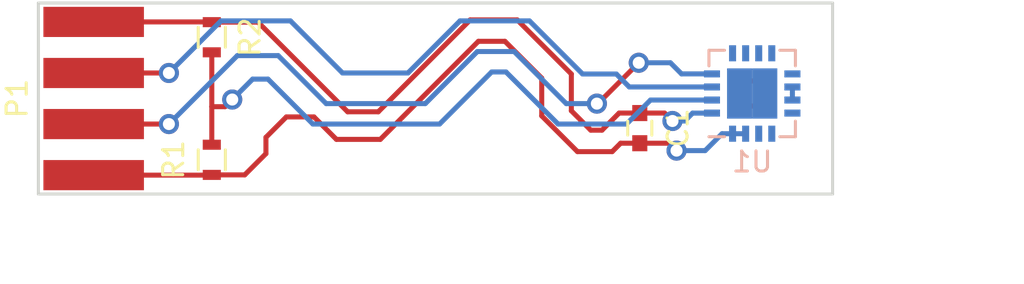
<source format=kicad_pcb>
(kicad_pcb (version 4) (host pcbnew 4.0.4-stable)

  (general
    (links 15)
    (no_connects 3)
    (area 129.424999 99.924999 169.075001 109.575001)
    (thickness 1.6)
    (drawings 6)
    (tracks 96)
    (zones 0)
    (modules 5)
    (nets 8)
  )

  (page A4)
  (layers
    (0 F.Cu signal)
    (31 B.Cu signal)
    (32 B.Adhes user)
    (33 F.Adhes user)
    (34 B.Paste user)
    (35 F.Paste user)
    (36 B.SilkS user)
    (37 F.SilkS user)
    (38 B.Mask user)
    (39 F.Mask user)
    (40 Dwgs.User user)
    (41 Cmts.User user)
    (42 Eco1.User user)
    (43 Eco2.User user)
    (44 Edge.Cuts user)
    (45 Margin user)
    (46 B.CrtYd user)
    (47 F.CrtYd user)
    (48 B.Fab user)
    (49 F.Fab user hide)
  )

  (setup
    (last_trace_width 0.25)
    (trace_clearance 0.2)
    (zone_clearance 0.508)
    (zone_45_only no)
    (trace_min 0.2)
    (segment_width 0.2)
    (edge_width 0.15)
    (via_size 1)
    (via_drill 0.6)
    (via_min_size 1)
    (via_min_drill 0.6)
    (uvia_size 0.3)
    (uvia_drill 0.1)
    (uvias_allowed no)
    (uvia_min_size 0.2)
    (uvia_min_drill 0.1)
    (pcb_text_width 0.3)
    (pcb_text_size 1.5 1.5)
    (mod_edge_width 0.15)
    (mod_text_size 1 1)
    (mod_text_width 0.15)
    (pad_size 1.524 1.524)
    (pad_drill 0.762)
    (pad_to_mask_clearance 0.2)
    (aux_axis_origin 0 0)
    (visible_elements FFFFFF7F)
    (pcbplotparams
      (layerselection 0x00030_80000001)
      (usegerberextensions false)
      (excludeedgelayer true)
      (linewidth 0.100000)
      (plotframeref false)
      (viasonmask false)
      (mode 1)
      (useauxorigin false)
      (hpglpennumber 1)
      (hpglpenspeed 20)
      (hpglpendiameter 15)
      (hpglpenoverlay 2)
      (psnegative false)
      (psa4output false)
      (plotreference true)
      (plotvalue true)
      (plotinvisibletext false)
      (padsonsilk false)
      (subtractmaskfromsilk false)
      (outputformat 1)
      (mirror false)
      (drillshape 1)
      (scaleselection 1)
      (outputdirectory ""))
  )

  (net 0 "")
  (net 1 GND)
  (net 2 VDD)
  (net 3 "Net-(R1-Pad2)")
  (net 4 "Net-(P1-Pad2)")
  (net 5 "Net-(P1-Pad3)")
  (net 6 "Net-(U1-Pad10)")
  (net 7 "Net-(U1-Pad17)")

  (net_class Default "This is the default net class."
    (clearance 0.2)
    (trace_width 0.25)
    (via_dia 1)
    (via_drill 0.6)
    (uvia_dia 0.3)
    (uvia_drill 0.1)
    (add_net GND)
    (add_net "Net-(P1-Pad2)")
    (add_net "Net-(P1-Pad3)")
    (add_net "Net-(R1-Pad2)")
    (add_net "Net-(U1-Pad10)")
    (add_net "Net-(U1-Pad17)")
    (add_net VDD)
  )

  (module Resistors_SMD.pretty:R_0603 placed (layer F.Cu) (tedit 58307A47) (tstamp 58BC3D1B)
    (at 138.1252 101.7016 270)
    (descr "Resistor SMD 0603, reflow soldering, Vishay (see dcrcw.pdf)")
    (tags "resistor 0603")
    (path /58B85BA0)
    (attr smd)
    (fp_text reference R2 (at 0 -1.9 270) (layer F.SilkS)
      (effects (font (size 1 1) (thickness 0.15)))
    )
    (fp_text value 4k7 (at 0 1.9 270) (layer F.Fab)
      (effects (font (size 1 1) (thickness 0.15)))
    )
    (fp_line (start -0.8 0.4) (end -0.8 -0.4) (layer F.Fab) (width 0.1))
    (fp_line (start 0.8 0.4) (end -0.8 0.4) (layer F.Fab) (width 0.1))
    (fp_line (start 0.8 -0.4) (end 0.8 0.4) (layer F.Fab) (width 0.1))
    (fp_line (start -0.8 -0.4) (end 0.8 -0.4) (layer F.Fab) (width 0.1))
    (fp_line (start -1.3 -0.8) (end 1.3 -0.8) (layer F.CrtYd) (width 0.05))
    (fp_line (start -1.3 0.8) (end 1.3 0.8) (layer F.CrtYd) (width 0.05))
    (fp_line (start -1.3 -0.8) (end -1.3 0.8) (layer F.CrtYd) (width 0.05))
    (fp_line (start 1.3 -0.8) (end 1.3 0.8) (layer F.CrtYd) (width 0.05))
    (fp_line (start 0.5 0.675) (end -0.5 0.675) (layer F.SilkS) (width 0.15))
    (fp_line (start -0.5 -0.675) (end 0.5 -0.675) (layer F.SilkS) (width 0.15))
    (pad 1 smd rect (at -0.75 0 270) (size 0.5 0.9) (layers F.Cu F.Paste F.Mask)
      (net 1 GND))
    (pad 2 smd rect (at 0.75 0 270) (size 0.5 0.9) (layers F.Cu F.Paste F.Mask)
      (net 3 "Net-(R1-Pad2)"))
    (model Resistors_SMD.3dshapes/R_0603.wrl
      (at (xyz 0 0 0))
      (scale (xyz 1 1 1))
      (rotate (xyz 0 0 0))
    )
  )

  (module Capacitors_SMD.pretty:C_0603 placed (layer F.Cu) (tedit 5415D631) (tstamp 58BC3CFB)
    (at 159.4104 106.2228 270)
    (descr "Capacitor SMD 0603, reflow soldering, AVX (see smccp.pdf)")
    (tags "capacitor 0603")
    (path /58B85507)
    (attr smd)
    (fp_text reference C1 (at 0 -1.9 270) (layer F.SilkS)
      (effects (font (size 1 1) (thickness 0.15)))
    )
    (fp_text value 100n (at 0 1.9 270) (layer F.Fab)
      (effects (font (size 1 1) (thickness 0.15)))
    )
    (fp_line (start -0.8 0.4) (end -0.8 -0.4) (layer F.Fab) (width 0.15))
    (fp_line (start 0.8 0.4) (end -0.8 0.4) (layer F.Fab) (width 0.15))
    (fp_line (start 0.8 -0.4) (end 0.8 0.4) (layer F.Fab) (width 0.15))
    (fp_line (start -0.8 -0.4) (end 0.8 -0.4) (layer F.Fab) (width 0.15))
    (fp_line (start -1.45 -0.75) (end 1.45 -0.75) (layer F.CrtYd) (width 0.05))
    (fp_line (start -1.45 0.75) (end 1.45 0.75) (layer F.CrtYd) (width 0.05))
    (fp_line (start -1.45 -0.75) (end -1.45 0.75) (layer F.CrtYd) (width 0.05))
    (fp_line (start 1.45 -0.75) (end 1.45 0.75) (layer F.CrtYd) (width 0.05))
    (fp_line (start -0.35 -0.6) (end 0.35 -0.6) (layer F.SilkS) (width 0.15))
    (fp_line (start 0.35 0.6) (end -0.35 0.6) (layer F.SilkS) (width 0.15))
    (pad 1 smd rect (at -0.75 0 270) (size 0.8 0.75) (layers F.Cu F.Paste F.Mask)
      (net 1 GND))
    (pad 2 smd rect (at 0.75 0 270) (size 0.8 0.75) (layers F.Cu F.Paste F.Mask)
      (net 2 VDD))
    (model Capacitors_SMD.3dshapes/C_0603.wrl
      (at (xyz 0 0 0))
      (scale (xyz 1 1 1))
      (rotate (xyz 0 0 0))
    )
  )

  (module Resistors_SMD.pretty:R_0603 placed (layer F.Cu) (tedit 58307A47) (tstamp 58BC3D0B)
    (at 138.1252 107.7976 90)
    (descr "Resistor SMD 0603, reflow soldering, Vishay (see dcrcw.pdf)")
    (tags "resistor 0603")
    (path /58B85A14)
    (attr smd)
    (fp_text reference R1 (at 0 -1.9 90) (layer F.SilkS)
      (effects (font (size 1 1) (thickness 0.15)))
    )
    (fp_text value 4k7 (at 0 1.9 90) (layer F.Fab)
      (effects (font (size 1 1) (thickness 0.15)))
    )
    (fp_line (start -0.8 0.4) (end -0.8 -0.4) (layer F.Fab) (width 0.1))
    (fp_line (start 0.8 0.4) (end -0.8 0.4) (layer F.Fab) (width 0.1))
    (fp_line (start 0.8 -0.4) (end 0.8 0.4) (layer F.Fab) (width 0.1))
    (fp_line (start -0.8 -0.4) (end 0.8 -0.4) (layer F.Fab) (width 0.1))
    (fp_line (start -1.3 -0.8) (end 1.3 -0.8) (layer F.CrtYd) (width 0.05))
    (fp_line (start -1.3 0.8) (end 1.3 0.8) (layer F.CrtYd) (width 0.05))
    (fp_line (start -1.3 -0.8) (end -1.3 0.8) (layer F.CrtYd) (width 0.05))
    (fp_line (start 1.3 -0.8) (end 1.3 0.8) (layer F.CrtYd) (width 0.05))
    (fp_line (start 0.5 0.675) (end -0.5 0.675) (layer F.SilkS) (width 0.15))
    (fp_line (start -0.5 -0.675) (end 0.5 -0.675) (layer F.SilkS) (width 0.15))
    (pad 1 smd rect (at -0.75 0 90) (size 0.5 0.9) (layers F.Cu F.Paste F.Mask)
      (net 2 VDD))
    (pad 2 smd rect (at 0.75 0 90) (size 0.5 0.9) (layers F.Cu F.Paste F.Mask)
      (net 3 "Net-(R1-Pad2)"))
    (model Resistors_SMD.3dshapes/R_0603.wrl
      (at (xyz 0 0 0))
      (scale (xyz 1 1 1))
      (rotate (xyz 0 0 0))
    )
  )

  (module QFN-16-1EP_4x4mm_Pitch0.65mm placed (layer B.Cu) (tedit 54130A77) (tstamp 58BC3D43)
    (at 165 104.5)
    (descr "16-Lead Plastic Quad Flat, No Lead Package (ML) - 4x4x0.9 mm Body [QFN]; (see Microchip Packaging Specification 00000049BS.pdf)")
    (tags "QFN 0.65")
    (path /58B8439D)
    (attr smd)
    (fp_text reference U1 (at 0 3.4) (layer B.SilkS)
      (effects (font (size 1 1) (thickness 0.15)) (justify mirror))
    )
    (fp_text value TSYS01 (at 0 -3.4) (layer B.Fab)
      (effects (font (size 1 1) (thickness 0.15)) (justify mirror))
    )
    (fp_line (start -1 2) (end 2 2) (layer B.Fab) (width 0.15))
    (fp_line (start 2 2) (end 2 -2) (layer B.Fab) (width 0.15))
    (fp_line (start 2 -2) (end -2 -2) (layer B.Fab) (width 0.15))
    (fp_line (start -2 -2) (end -2 1) (layer B.Fab) (width 0.15))
    (fp_line (start -2 1) (end -1 2) (layer B.Fab) (width 0.15))
    (fp_line (start -2.65 2.65) (end -2.65 -2.65) (layer B.CrtYd) (width 0.05))
    (fp_line (start 2.65 2.65) (end 2.65 -2.65) (layer B.CrtYd) (width 0.05))
    (fp_line (start -2.65 2.65) (end 2.65 2.65) (layer B.CrtYd) (width 0.05))
    (fp_line (start -2.65 -2.65) (end 2.65 -2.65) (layer B.CrtYd) (width 0.05))
    (fp_line (start 2.15 2.15) (end 2.15 1.375) (layer B.SilkS) (width 0.15))
    (fp_line (start -2.15 -2.15) (end -2.15 -1.375) (layer B.SilkS) (width 0.15))
    (fp_line (start 2.15 -2.15) (end 2.15 -1.375) (layer B.SilkS) (width 0.15))
    (fp_line (start -2.15 2.15) (end -1.375 2.15) (layer B.SilkS) (width 0.15))
    (fp_line (start -2.15 -2.15) (end -1.375 -2.15) (layer B.SilkS) (width 0.15))
    (fp_line (start 2.15 -2.15) (end 1.375 -2.15) (layer B.SilkS) (width 0.15))
    (fp_line (start 2.15 2.15) (end 1.375 2.15) (layer B.SilkS) (width 0.15))
    (pad 1 smd rect (at -2 0.975) (size 0.8 0.35) (layers B.Cu B.Paste B.Mask)
      (net 1 GND))
    (pad 2 smd rect (at -2 0.325) (size 0.8 0.35) (layers B.Cu B.Paste B.Mask)
      (net 3 "Net-(R1-Pad2)"))
    (pad 3 smd rect (at -2 -0.325) (size 0.8 0.35) (layers B.Cu B.Paste B.Mask)
      (net 4 "Net-(P1-Pad2)"))
    (pad 4 smd rect (at -2 -0.975) (size 0.8 0.35) (layers B.Cu B.Paste B.Mask)
      (net 5 "Net-(P1-Pad3)"))
    (pad 5 smd rect (at -0.975 -2 270) (size 0.8 0.35) (layers B.Cu B.Paste B.Mask))
    (pad 6 smd rect (at -0.325 -2 270) (size 0.8 0.35) (layers B.Cu B.Paste B.Mask))
    (pad 7 smd rect (at 0.325 -2 270) (size 0.8 0.35) (layers B.Cu B.Paste B.Mask))
    (pad 8 smd rect (at 0.975 -2 270) (size 0.8 0.35) (layers B.Cu B.Paste B.Mask))
    (pad 9 smd rect (at 2 -0.975) (size 0.8 0.35) (layers B.Cu B.Paste B.Mask))
    (pad 10 smd rect (at 2 -0.325) (size 0.8 0.35) (layers B.Cu B.Paste B.Mask)
      (net 6 "Net-(U1-Pad10)"))
    (pad 11 smd rect (at 2 0.325) (size 0.8 0.35) (layers B.Cu B.Paste B.Mask)
      (net 6 "Net-(U1-Pad10)"))
    (pad 12 smd rect (at 2 0.975) (size 0.8 0.35) (layers B.Cu B.Paste B.Mask))
    (pad 13 smd rect (at 0.975 2 270) (size 0.8 0.35) (layers B.Cu B.Paste B.Mask))
    (pad 14 smd rect (at 0.325 2 270) (size 0.8 0.35) (layers B.Cu B.Paste B.Mask))
    (pad 15 smd rect (at -0.325 2 270) (size 0.8 0.35) (layers B.Cu B.Paste B.Mask)
      (net 2 VDD))
    (pad 16 smd rect (at -0.975 2 270) (size 0.8 0.35) (layers B.Cu B.Paste B.Mask)
      (net 2 VDD))
    (pad 17 smd rect (at 0.625 -0.625) (size 1.25 1.25) (layers B.Cu B.Paste B.Mask)
      (net 7 "Net-(U1-Pad17)") (solder_paste_margin_ratio -0.2))
    (pad 17 smd rect (at 0.625 0.625) (size 1.25 1.25) (layers B.Cu B.Paste B.Mask)
      (net 7 "Net-(U1-Pad17)") (solder_paste_margin_ratio -0.2))
    (pad 17 smd rect (at -0.625 -0.625) (size 1.25 1.25) (layers B.Cu B.Paste B.Mask)
      (net 7 "Net-(U1-Pad17)") (solder_paste_margin_ratio -0.2))
    (pad 17 smd rect (at -0.625 0.625) (size 1.25 1.25) (layers B.Cu B.Paste B.Mask)
      (net 7 "Net-(U1-Pad17)") (solder_paste_margin_ratio -0.2))
    (model Housings_DFN_QFN.3dshapes/QFN-16-1EP_4x4mm_Pitch0.65mm.wrl
      (at (xyz 0 0 0))
      (scale (xyz 1 1 1))
      (rotate (xyz 0 0 0))
    )
  )

  (module my_footprints:SMD_conn_4x2.5mm (layer F.Cu) (tedit 58B861D6) (tstamp 58C38C0B)
    (at 132.25 104.75 270)
    (path /58B85ED6)
    (fp_text reference P1 (at 0 3.81 270) (layer F.SilkS)
      (effects (font (size 1 1) (thickness 0.15)))
    )
    (fp_text value CONN_01X04 (at 0 -3.81 270) (layer F.Fab) hide
      (effects (font (size 1 1) (thickness 0.15)))
    )
    (pad 1 smd rect (at -3.81 0 270) (size 1.5 5) (layers F.Cu F.Paste F.Mask)
      (net 1 GND))
    (pad 2 smd rect (at -1.27 0 270) (size 1.5 5) (layers F.Cu F.Paste F.Mask)
      (net 4 "Net-(P1-Pad2)"))
    (pad 3 smd rect (at 1.27 0 270) (size 1.5 5) (layers F.Cu F.Paste F.Mask)
      (net 5 "Net-(P1-Pad3)"))
    (pad 4 smd rect (at 3.81 0 270) (size 1.5 5) (layers F.Cu F.Paste F.Mask)
      (net 2 VDD))
  )

  (gr_line (start 129.5 109.5) (end 129.5 100) (angle 90) (layer Edge.Cuts) (width 0.15))
  (gr_line (start 169 109.5) (end 129.5 109.5) (angle 90) (layer Edge.Cuts) (width 0.15))
  (gr_line (start 169 100) (end 169 109.5) (angle 90) (layer Edge.Cuts) (width 0.15))
  (gr_line (start 129.5 100) (end 169 100) (angle 90) (layer Edge.Cuts) (width 0.15))
  (dimension 9.5 (width 0.3) (layer Dwgs.User)
    (gr_text "9.500 mm" (at 175.85 104.75 90) (layer Dwgs.User)
      (effects (font (size 1.5 1.5) (thickness 0.3)))
    )
    (feature1 (pts (xy 169 100) (xy 177.2 100)))
    (feature2 (pts (xy 169 109.5) (xy 177.2 109.5)))
    (crossbar (pts (xy 174.5 109.5) (xy 174.5 100)))
    (arrow1a (pts (xy 174.5 100) (xy 175.086421 101.126504)))
    (arrow1b (pts (xy 174.5 100) (xy 173.913579 101.126504)))
    (arrow2a (pts (xy 174.5 109.5) (xy 175.086421 108.373496)))
    (arrow2b (pts (xy 174.5 109.5) (xy 173.913579 108.373496)))
  )
  (dimension 40 (width 0.3) (layer Dwgs.User)
    (gr_text "40.000 mm" (at 149.5 114.6) (layer Dwgs.User)
      (effects (font (size 1.5 1.5) (thickness 0.3)))
    )
    (feature1 (pts (xy 169.5 110.5) (xy 169.5 115.95)))
    (feature2 (pts (xy 129.5 110.5) (xy 129.5 115.95)))
    (crossbar (pts (xy 129.5 113.25) (xy 169.5 113.25)))
    (arrow1a (pts (xy 169.5 113.25) (xy 168.373496 113.836421)))
    (arrow1b (pts (xy 169.5 113.25) (xy 168.373496 112.663579)))
    (arrow2a (pts (xy 129.5 113.25) (xy 130.626504 113.836421)))
    (arrow2b (pts (xy 129.5 113.25) (xy 130.626504 112.663579)))
  )

  (segment (start 164.375 103.875) (end 165.625 103.875) (width 0.25) (layer F.Cu) (net 0) (status 30))
  (segment (start 165.625 103.875) (end 165.625 105.125) (width 0.25) (layer F.Cu) (net 0) (tstamp 58C2F308) (status 30))
  (segment (start 165.625 105.125) (end 164.375 105.125) (width 0.25) (layer F.Cu) (net 0) (tstamp 58C2F309) (status 30))
  (segment (start 138.1252 100.9516) (end 140.4232 100.9516) (width 0.25) (layer F.Cu) (net 1))
  (segment (start 158.3824 105.4728) (end 159.4104 105.4728) (width 0.25) (layer F.Cu) (net 1) (tstamp 590225F7))
  (segment (start 157.5308 106.3244) (end 158.3824 105.4728) (width 0.25) (layer F.Cu) (net 1) (tstamp 590225F6))
  (segment (start 156.972 106.3244) (end 157.5308 106.3244) (width 0.25) (layer F.Cu) (net 1) (tstamp 590225F5))
  (segment (start 156.0068 105.3592) (end 156.972 106.3244) (width 0.25) (layer F.Cu) (net 1) (tstamp 590225F3))
  (segment (start 156.0068 103.5304) (end 156.0068 105.3592) (width 0.25) (layer F.Cu) (net 1) (tstamp 590225F1))
  (segment (start 153.3144 100.838) (end 156.0068 103.5304) (width 0.25) (layer F.Cu) (net 1) (tstamp 590225E9))
  (segment (start 150.9776 100.838) (end 153.3144 100.838) (width 0.25) (layer F.Cu) (net 1) (tstamp 590225E7))
  (segment (start 146.4056 105.41) (end 150.9776 100.838) (width 0.25) (layer F.Cu) (net 1) (tstamp 590225E5))
  (segment (start 144.8816 105.41) (end 146.4056 105.41) (width 0.25) (layer F.Cu) (net 1) (tstamp 590225E3))
  (segment (start 140.4232 100.9516) (end 144.8816 105.41) (width 0.25) (layer F.Cu) (net 1) (tstamp 590225DA))
  (segment (start 159.4104 105.4728) (end 160.6416 105.4728) (width 0.25) (layer F.Cu) (net 1))
  (segment (start 160.6416 105.4728) (end 161.036 105.8672) (width 0.25) (layer F.Cu) (net 1) (tstamp 590225C4))
  (via (at 161.036 105.8672) (size 1) (drill 0.6) (layers F.Cu B.Cu) (net 1))
  (segment (start 161.036 105.8672) (end 161.6456 105.8672) (width 0.25) (layer B.Cu) (net 1) (tstamp 590225C9))
  (segment (start 161.6456 105.8672) (end 162.0378 105.475) (width 0.25) (layer B.Cu) (net 1) (tstamp 590225CA))
  (segment (start 162.0378 105.475) (end 163 105.475) (width 0.25) (layer B.Cu) (net 1) (tstamp 590225CB))
  (segment (start 132.25 100.94) (end 138.1136 100.94) (width 0.25) (layer F.Cu) (net 1))
  (segment (start 138.1136 100.94) (end 138.1252 100.9516) (width 0.25) (layer F.Cu) (net 1) (tstamp 590224BE))
  (segment (start 132.2616 100.9516) (end 132.25 100.94) (width 0.25) (layer F.Cu) (net 1) (tstamp 590220A4))
  (segment (start 159.4104 106.9728) (end 158.4572 106.9728) (width 0.25) (layer F.Cu) (net 2))
  (segment (start 139.7628 108.5476) (end 138.1252 108.5476) (width 0.25) (layer F.Cu) (net 2) (tstamp 59022615))
  (segment (start 140.8176 107.4928) (end 139.7628 108.5476) (width 0.25) (layer F.Cu) (net 2) (tstamp 59022614))
  (segment (start 140.8176 106.68) (end 140.8176 107.4928) (width 0.25) (layer F.Cu) (net 2) (tstamp 59022610))
  (segment (start 141.8336 105.664) (end 140.8176 106.68) (width 0.25) (layer F.Cu) (net 2) (tstamp 5902260F))
  (segment (start 143.2052 105.664) (end 141.8336 105.664) (width 0.25) (layer F.Cu) (net 2) (tstamp 5902260E))
  (segment (start 144.3228 106.7816) (end 143.2052 105.664) (width 0.25) (layer F.Cu) (net 2) (tstamp 5902260D))
  (segment (start 146.5072 106.7816) (end 144.3228 106.7816) (width 0.25) (layer F.Cu) (net 2) (tstamp 5902260C))
  (segment (start 151.384 101.9048) (end 146.5072 106.7816) (width 0.25) (layer F.Cu) (net 2) (tstamp 5902260A))
  (segment (start 152.7048 101.9048) (end 151.384 101.9048) (width 0.25) (layer F.Cu) (net 2) (tstamp 59022608))
  (segment (start 154.5336 103.7336) (end 152.7048 101.9048) (width 0.25) (layer F.Cu) (net 2) (tstamp 59022606))
  (segment (start 154.5336 105.6132) (end 154.5336 103.7336) (width 0.25) (layer F.Cu) (net 2) (tstamp 59022604))
  (segment (start 156.3116 107.3912) (end 154.5336 105.6132) (width 0.25) (layer F.Cu) (net 2) (tstamp 59022602))
  (segment (start 158.0388 107.3912) (end 156.3116 107.3912) (width 0.25) (layer F.Cu) (net 2) (tstamp 59022600))
  (segment (start 158.4572 106.9728) (end 158.0388 107.3912) (width 0.25) (layer F.Cu) (net 2) (tstamp 590225FE))
  (segment (start 132.25 108.56) (end 138.1128 108.56) (width 0.25) (layer F.Cu) (net 2))
  (segment (start 138.1128 108.56) (end 138.1252 108.5476) (width 0.25) (layer F.Cu) (net 2) (tstamp 590224C1))
  (segment (start 137.782 108.56) (end 137.8204 108.5984) (width 0.25) (layer F.Cu) (net 2) (tstamp 590220BA))
  (segment (start 164.025 106.5) (end 163.502 106.5) (width 0.25) (layer B.Cu) (net 2))
  (segment (start 163.502 106.5) (end 162.6616 107.3404) (width 0.25) (layer B.Cu) (net 2) (tstamp 59021FF6))
  (segment (start 162.6616 107.3404) (end 161.2392 107.3404) (width 0.25) (layer B.Cu) (net 2) (tstamp 59021FF7))
  (via (at 161.2392 107.3404) (size 1) (drill 0.6) (layers F.Cu B.Cu) (net 2))
  (segment (start 161.2392 107.3404) (end 160.8716 106.9728) (width 0.25) (layer F.Cu) (net 2) (tstamp 59021FF9))
  (segment (start 160.8716 106.9728) (end 159.4104 106.9728) (width 0.25) (layer F.Cu) (net 2) (tstamp 59021FFA))
  (segment (start 164.025 106.5) (end 164.675 106.5) (width 0.25) (layer B.Cu) (net 2))
  (segment (start 158.6992 106.0196) (end 158.75 106.0196) (width 0.25) (layer B.Cu) (net 3))
  (segment (start 158.75 106.0196) (end 159.9446 104.825) (width 0.25) (layer B.Cu) (net 3) (tstamp 590225AC))
  (segment (start 159.9446 104.825) (end 163 104.825) (width 0.25) (layer B.Cu) (net 3) (tstamp 590225AF))
  (segment (start 138.7856 105.156) (end 139.1412 104.8004) (width 0.25) (layer F.Cu) (net 3) (tstamp 5902256A))
  (via (at 139.1412 104.8004) (size 1) (drill 0.6) (layers F.Cu B.Cu) (net 3))
  (segment (start 139.1412 104.8004) (end 140.1572 103.7844) (width 0.25) (layer B.Cu) (net 3) (tstamp 59022570))
  (segment (start 140.1572 103.7844) (end 140.9192 103.7844) (width 0.25) (layer B.Cu) (net 3) (tstamp 59022571))
  (segment (start 140.9192 103.7844) (end 143.1544 106.0196) (width 0.25) (layer B.Cu) (net 3) (tstamp 59022572))
  (segment (start 143.1544 106.0196) (end 149.4536 106.0196) (width 0.25) (layer B.Cu) (net 3) (tstamp 59022573))
  (segment (start 149.4536 106.0196) (end 152.0444 103.4288) (width 0.25) (layer B.Cu) (net 3) (tstamp 59022574))
  (segment (start 152.0444 103.4288) (end 152.7556 103.4288) (width 0.25) (layer B.Cu) (net 3) (tstamp 59022575))
  (segment (start 152.7556 103.4288) (end 155.3464 106.0196) (width 0.25) (layer B.Cu) (net 3) (tstamp 59022577))
  (segment (start 155.3464 106.0196) (end 158.6992 106.0196) (width 0.25) (layer B.Cu) (net 3) (tstamp 59022578))
  (segment (start 138.7856 105.156) (end 138.1252 105.156) (width 0.25) (layer F.Cu) (net 3))
  (segment (start 138.1252 102.4516) (end 138.1252 105.156) (width 0.25) (layer F.Cu) (net 3))
  (segment (start 138.1252 105.156) (end 138.1252 107.0476) (width 0.25) (layer F.Cu) (net 3) (tstamp 59022568))
  (segment (start 132.25 103.48) (end 135.9912 103.48) (width 0.25) (layer F.Cu) (net 4))
  (segment (start 158.8866 104.175) (end 163 104.175) (width 0.25) (layer B.Cu) (net 4) (tstamp 5902210B))
  (segment (start 158.242 103.5304) (end 158.8866 104.175) (width 0.25) (layer B.Cu) (net 4) (tstamp 59022108))
  (segment (start 156.5656 103.5304) (end 158.242 103.5304) (width 0.25) (layer B.Cu) (net 4) (tstamp 59022102))
  (segment (start 153.924 100.8888) (end 156.5656 103.5304) (width 0.25) (layer B.Cu) (net 4) (tstamp 590220FA))
  (segment (start 150.4696 100.8888) (end 153.924 100.8888) (width 0.25) (layer B.Cu) (net 4) (tstamp 590220F3))
  (segment (start 147.8788 103.4796) (end 150.4696 100.8888) (width 0.25) (layer B.Cu) (net 4) (tstamp 590220F0))
  (segment (start 144.6276 103.4796) (end 147.8788 103.4796) (width 0.25) (layer B.Cu) (net 4) (tstamp 590220EA))
  (segment (start 142.0368 100.8888) (end 144.6276 103.4796) (width 0.25) (layer B.Cu) (net 4) (tstamp 590220E5))
  (segment (start 138.5824 100.8888) (end 142.0368 100.8888) (width 0.25) (layer B.Cu) (net 4) (tstamp 590220E1))
  (segment (start 135.9916 103.4796) (end 138.5824 100.8888) (width 0.25) (layer B.Cu) (net 4) (tstamp 590220E0))
  (via (at 135.9916 103.4796) (size 1) (drill 0.6) (layers F.Cu B.Cu) (net 4))
  (segment (start 135.9912 103.48) (end 135.9916 103.4796) (width 0.25) (layer F.Cu) (net 4) (tstamp 590220DB))
  (segment (start 157.2768 105.0036) (end 157.3276 105.0036) (width 0.25) (layer F.Cu) (net 5))
  (segment (start 157.3276 105.0036) (end 159.3596 102.9716) (width 0.25) (layer F.Cu) (net 5) (tstamp 59022243))
  (segment (start 161.4878 103.525) (end 163 103.525) (width 0.25) (layer B.Cu) (net 5) (tstamp 5902224F))
  (segment (start 160.9344 102.9716) (end 161.4878 103.525) (width 0.25) (layer B.Cu) (net 5) (tstamp 5902224B))
  (segment (start 159.3596 102.9716) (end 160.9344 102.9716) (width 0.25) (layer B.Cu) (net 5) (tstamp 5902224A))
  (via (at 159.3596 102.9716) (size 1) (drill 0.6) (layers F.Cu B.Cu) (net 5))
  (segment (start 132.25 106.02) (end 135.9912 106.02) (width 0.25) (layer F.Cu) (net 5))
  (via (at 157.2768 105.0036) (size 1) (drill 0.6) (layers F.Cu B.Cu) (net 5))
  (segment (start 155.7528 105.0036) (end 157.2768 105.0036) (width 0.25) (layer B.Cu) (net 5) (tstamp 59022219))
  (segment (start 153.162 102.4128) (end 155.7528 105.0036) (width 0.25) (layer B.Cu) (net 5) (tstamp 59022217))
  (segment (start 151.3332 102.4128) (end 153.162 102.4128) (width 0.25) (layer B.Cu) (net 5) (tstamp 59022215))
  (segment (start 148.7424 105.0036) (end 151.3332 102.4128) (width 0.25) (layer B.Cu) (net 5) (tstamp 59022213))
  (segment (start 143.8148 105.0036) (end 148.7424 105.0036) (width 0.25) (layer B.Cu) (net 5) (tstamp 5902220C))
  (segment (start 141.4272 102.616) (end 143.8148 105.0036) (width 0.25) (layer B.Cu) (net 5) (tstamp 5902220A))
  (segment (start 139.3952 102.616) (end 141.4272 102.616) (width 0.25) (layer B.Cu) (net 5) (tstamp 59022203))
  (segment (start 135.9916 106.0196) (end 139.3952 102.616) (width 0.25) (layer B.Cu) (net 5) (tstamp 59022202))
  (via (at 135.9916 106.0196) (size 1) (drill 0.6) (layers F.Cu B.Cu) (net 5))
  (segment (start 135.9912 106.02) (end 135.9916 106.0196) (width 0.25) (layer F.Cu) (net 5) (tstamp 590221FB))
  (segment (start 167 104.825) (end 167 104.175) (width 0.25) (layer B.Cu) (net 6))

)

</source>
